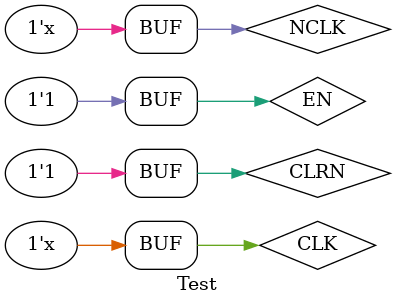
<source format=v>
`timescale 1ns / 1ps


module Test();
    
    reg CLK,EN,CLRN;
    
    wire    [31:0]  NPC;        //Address to update PC
    wire    [31:0]  IF_Addr;    //PC current address
    wire    [31:0]  IF_ADD4;    //PC added 4
    wire    [31:0]  ID_ADD4;    //PC added 4 from IFID
    wire    [31:0]  IF_Inst;    //Instruction from IM
    wire    [31:0]  ID_Inst;    //Instruction cached by IFID
    wire    [31:0]  ID_RD1;     //Data read from register file on address 1
    wire    [31:0]  EX_RD1;     //Data read from register file on address 1, cached by IDEX
    wire    [31:0]  ID_RD2;     //Data read from register file on address 2
    wire    [31:0]  EX_RD2;     //Data read from register file on address 2, cached by IDEX
    wire    [31:0]  MEM_RD2;    //Data read from register file on address 2, cached by EXMEM
    wire    [31:0]  Extended;   //Address that has been extended to 32 bit
    wire    [31:0]  EX_Extended;//Address that has been extended to 32 bit, cached by IDEX
    wire    [31:0]  Branch_Addr;//Relative address of the branch jump
    wire    [31:0]  BA;         //Address from b instruction
    wire    [31:0]  EX_BA;      //Address from b instruction cached by IDEX
    wire    [31:0]  J_addr;     //Address combined for j instruction
    wire    [31:0]  EX_J_addr;  //Address combined for j instruction cached by IDEX
    wire    [31:0]  ALU_Y;      //Data goes into Y of ALU
    wire    [31:0]  Fwd_X;      //Data that is forwarded into X of ALU
    wire    [31:0]  Fwd_Y;      //Data that is forwarded into Y of ALU
    wire    [31:0]  ALU_R;      //The result of ALU
    wire    [31:0]  MEM_ALU_R;  //The result of ALU, cached by EXMEM
    wire    [31:0]  WB_ALU_R;   //The result of ALU, cached by MEMWB
    wire    [31:0]  DMO;        //Data memory output
    wire    [31:0]  WB_DMO;     //Data memory output, cached by MEMWB
    wire    [31:0]  WB_Data;    //Data to be written back into the register file
    wire    [5:0]   E_Op;       //OP of EX stage
    wire    [5:0]   E_Func;     //func of EX stage
    wire    [4:0]   RT_RD_Addr; //Target address taken from RT/RD
    wire    [4:0]   E_Rd;       //Target address taken from RT/RD, cached by IDEX
    wire    [4:0]   M_Rd;       //Target address taken from RT/RD, cached by EXMEM
    wire    [4:0]   W_Rd;       //Target address taken from RT/RD, cached by MEMWB
    wire    [1:0]   Aluc;       //Signal to control ALU to work in different modes
    wire    [1:0]   EX_Aluc;    //Signal to control ALU to work in different modes, cached by IDEX
    wire    [1:0]   Se;         //Signal to control extending
    wire    [1:0]   FwdA;       //Signal to control forward
    wire    [1:0]   EX_FwdA;    //Signal to control forward, cached by IDEX
    wire    [1:0]   FwdB;       //Signal to control forward
    wire    [1:0]   EX_FwdB;    //Signal to control forward, cached by IDEX
    wire    [1:0]   Pcsrc;      //Signal to control the source of new PC address.
    wire            NCLK;       //Negative clock to drive the register file
    wire            stall;      //Signal to shut down PC for a clock cycle
    wire            condep;     //Signal to clear some cache to insert bubble
    wire            Regrt;      //Signal representing whether it is a I instruction or R
    wire            Wreg;       //Signal to indicate whether it is required to write to register files
    wire            E_Wreg;     //Signal to indicate whether it is required to write to register files, cached by IDEX
    wire            M_Wreg;     //Signal to indicate whether it is required to write to register files, cached by EXMEM
    wire            W_Wreg;     //Signal to indicate whether it is required to write to register files, cached by MEMWB
    wire            Wmem;
    wire            EX_Wmem;
    wire            MEM_Wmem;
    wire            Reg2reg;
    wire            E_Reg2reg;
    wire            M_Reg2reg;
    wire            W_Reg2reg;
    wire            Aluqb;      //Signal to control the input on Y of ALU, depending on whether push forward
    wire            EX_Aluqb;   //Signal to control the input on Y of ALU, depending on whether push forward, cached by IDEX
    wire            Zero;       //Signal from ALU indicating whether the two operate numbers are the same
    
    assign NCLK=!CLK;
    
    initial begin 
        CLK=0;
        CLRN=0;
        EN=1;
        #10
        CLRN<=1;
    end
    
    always #5 CLK=~CLK;
    
    ADD_4_PC ADD_4_PC(
        .in(IF_Addr),
        .out(IF_ADD4)
    );
    
    Reg_File Reg_File(
        .A1(ID_Inst[25:21]),
        .A2(ID_Inst[20:16]),
        .A3(W_Rd),
        .WD(WB_Data),
        .clk(NCLK),
        .RFWr(W_Wreg),
        .clr(CLRN),
        .RD1(ID_RD1),
        .RD2(ID_RD2)
    );
    
    Comb J_Comb(
        .X(ID_Inst[25:0]),
        .PCADD4(ID_ADD4),
        .J_addr(J_addr)
    );
    
    MUX_32b_3 Addr_MUX(
        .A0(IF_ADD4),
        .A1(EX_BA),
        .A2(EX_J_addr),
        .S(Pcsrc),
        .Y(NPC)
    );
    
    PC PC(
        .NPC(NPC),
        .clk(CLK),
        .PCWr(EN),
        .Clrn(CLRN),
        .PC(IF_Addr),
        .stall(stall) 
    );
    
    ALU ALU(
        .A(Fwd_X),
        .B(ALU_Y),
        .ALUOp(EX_Aluc),
        .C(ALU_R),
        .Zero(Zero)
    );
    
    EXT EXT(
        .Imm16(ID_Inst[15:0]),
        .EXTOp(Se),
        .Imm32(Extended)
    );
    
    CONTROL CONTROL(
        .E_Op(E_Op),
        .Op(ID_Inst[31:26]),
        .E_Func(E_Func),
        .Func(ID_Inst[5:0]),
        .Zero(Zero),
        .Regrt(Regrt),
        .Se(Se),
        .Wreg(Wreg),
        .Aluqb(Aluqb),
        .Aluc(Aluc),
        .Wmem(Wmem),
        .Pcsrc(Pcsrc),
        .Reg2reg(Reg2reg),
        .Rs(ID_Inst[25:21]),
        .Rt(ID_Inst[20:16]),
        .E_Rd(E_Rd),
        .M_Rd(M_Rd),
        .E_Wreg(E_Wreg),
        .M_Wreg(M_Wreg),
        .FwdA(FwdA),
        .FwdB(FwdB),
        .E_Reg2reg(E_Reg2reg),
        .stall(stall),
        .condep(condep)
    );
    
    IFID IFID(
        .IF_ADD4(IF_ADD4),
        .IF_Inst(IF_Inst),
        .En(EN),
        .Clk(CLK),
        .Clrn(CLRN),
        .ID_ADD4(ID_ADD4),
        .ID_Inst(ID_Inst),
        .stall(stall),
        .condep(condep)
    );
    
    IM IM(
        .Addr(IF_Addr),
        .Inst(IF_Inst),
        .Clk(CLK)
    );
    
    CLA_32b Branch_Calc(
        .X(ID_ADD4),
        .Y(Branch_Addr),
        .S(BA),
        .Cin(0),
        .Cout()
    );
    
    BS Branch_Shifter(
        .Extended(Extended),
        .Branch_Addr(Branch_Addr)
    );
    
    MUX_5bit_2 MUX_rt_rd(
        .A0(ID_Inst[15:11]),
        .A1(ID_Inst[20:16]),
        .Y(RT_RD_Addr),
        .S(Regrt)
    );
    
    IDEX IDEX(
        .clk(CLK),
        .EN(EN),
        .clrm(CLRN),
        .condep(condep),
        .stall(stall),
        .ID_RD1(ID_RD1),
        .ID_RD2(ID_RD2),
        .ID_Extended(Extended),
        .ID_BA(BA),
        .ID_J_addr(J_addr),
        .ID_OP(ID_Inst[31:26]),
        .ID_func(ID_Inst[5:0]),
        .ID_RT_RD_Addr(RT_RD_Addr),
        .ID_Aluc(Aluc),
        .ID_FwdA(FwdA),
        .ID_FwdB(FwdB),
        .ID_Aluqb(Aluqb),
        .ID_Wreg(Wreg),
        .ID_Wmem(Wmem),
        .ID_Reg2reg(Reg2reg),
        .EX_RD1(EX_RD1),
        .EX_RD2(EX_RD2),
        .EX_Extended(EX_Extended),
        .EX_BA(EX_BA),
        .EX_J_addr(EX_J_addr),
        .EX_OP(E_Op),
        .EX_func(E_Func),
        .EX_RT_RD_Addr(E_Rd),
        .EX_Aluc(EX_Aluc),
        .EX_FwdA(EX_FwdA),
        .EX_FwdB(EX_FwdB),
        .EX_Aluqb(EX_Aluqb),
        .EX_Wreg(E_Wreg),
        .EX_Wmem(EX_Wmem),
        .EX_Reg2reg(E_Reg2reg)
    );
    
    MUX_32b_2 ALU_Y_MUX(
        .A0(EX_Extended),
        .A1(Fwd_Y),
        .S(EX_Aluqb),
        .Y(ALU_Y)
    );
    
    EXMEM EXMEM(
        .En(EN),
        .Clk(CLK),
        .Clrn(CLRN),
        .EX_ALU_R(ALU_R),
        .EX_RD2(EX_RD2),
        .EX_RT_RD_Addr(E_Rd),
        .EX_Wreg(E_Wreg),
        .EX_Reg2reg(E_Reg2reg),
        .EX_Wmem(EX_Wmem),
        .MEM_ALU_R(MEM_ALU_R),
        .MEM_RD2(MEM_RD2),
        .MEM_RT_RD_Addr(M_Rd),
        .MEM_Wreg(M_Wreg),
        .MEM_Reg2reg(M_Reg2reg),
        .MEM_Wmem(MEM_Wmem)
    );
    
    DM DM(
        .Addr(MEM_ALU_R),
        .Din(MEM_RD2),
        .Clk(CLK),
        .We(MEM_Wmem),
        .Dout(DMO)
    );
    
    MUX_32b_3 ALU_X_Fwd(
        .A0(EX_RD1),
        .A1(WB_Data),
        .A2(MEM_ALU_R),
        .S(EX_FwdA),
        .Y(Fwd_X)
    );
    
    MUX_32b_3 ALU_Y_Fwd(
        .A0(EX_RD2),
        .A1(WB_Data),
        .A2(MEM_ALU_R),
        .S(EX_FwdB),
        .Y(Fwd_Y)
    );
    
    MEMWB MEMWB(
        .En(EN),
        .Clk(CLK),
        .Clrn(CLRN),
        .MEM_ALU_R(MEM_ALU_R),
        .MEM_DMO(DMO),
        .MEM_Wreg(M_Wreg),
        .MEM_Reg2reg(M_Reg2reg),
        .MEM_RT_RD_Addr(M_Rd),
        .WB_ALU_R(WB_ALU_R),
        .WB_DMO(WB_DMO),
        .WB_Wreg(W_Wreg),
        .WB_Reg2reg(W_Reg2reg),
        .WB_RT_RD_Addr(W_Rd)
    );
    
    MUX_32b_2 WB_MUX(
        .A0(WB_DMO),
        .A1(WB_ALU_R),
        .S(W_Reg2reg),
        .Y(WB_Data)
    );
endmodule

</source>
